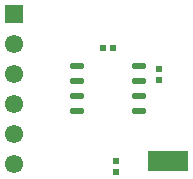
<source format=gbr>
%FSTAX23Y23*%
%MOIN*%
%SFA1B1*%

%IPPOS*%
%AMD10*
4,1,8,0.008400,0.009800,-0.008400,0.009800,-0.010800,0.007400,-0.010800,-0.007400,-0.008400,-0.009800,0.008400,-0.009800,0.010800,-0.007400,0.010800,0.007400,0.008400,0.009800,0.0*
1,1,0.004921,0.008400,0.007400*
1,1,0.004921,-0.008400,0.007400*
1,1,0.004921,-0.008400,-0.007400*
1,1,0.004921,0.008400,-0.007400*
%
%AMD12*
4,1,8,-0.009800,0.008400,-0.009800,-0.008400,-0.007400,-0.010800,0.007400,-0.010800,0.009800,-0.008400,0.009800,0.008400,0.007400,0.010800,-0.007400,0.010800,-0.009800,0.008400,0.0*
1,1,0.004921,-0.007400,0.008400*
1,1,0.004921,-0.007400,-0.008400*
1,1,0.004921,0.007400,-0.008400*
1,1,0.004921,0.007400,0.008400*
%
G04~CAMADD=10~8~0.0~0.0~216.5~196.9~24.6~0.0~15~0.0~0.0~0.0~0.0~0~0.0~0.0~0.0~0.0~0~0.0~0.0~0.0~0.0~216.5~196.9*
%ADD10D10*%
%ADD11R,0.135039X0.070079*%
G04~CAMADD=12~8~0.0~0.0~216.5~196.9~24.6~0.0~15~0.0~0.0~0.0~0.0~0~0.0~0.0~0.0~0.0~0~0.0~0.0~0.0~90.0~196.0~216.0*
%ADD12D12*%
%ADD13O,0.049212X0.021654*%
%ADD16R,0.061024X0.061024*%
%ADD17C,0.061024*%
%LNpcb1_pads_top-1*%
%LPD*%
G54D10*
X00025Y-00242D03*
Y-00277D03*
X0017Y0003D03*
Y00065D03*
G54D11*
X002Y-0024D03*
G54D12*
X00017Y00135D03*
X-00017D03*
G54D13*
X-00103Y00075D03*
Y00025D03*
Y-00025D03*
Y-00075D03*
X00103Y00075D03*
Y00025D03*
Y-00025D03*
Y-00075D03*
G54D16*
X-00315Y0025D03*
G54D17*
X-00315Y0015D03*
Y0005D03*
Y-0005D03*
Y-0015D03*
Y-0025D03*
M02*
</source>
